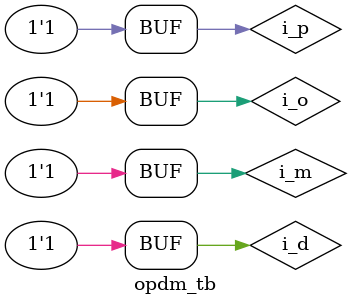
<source format=v>
module opdm_tb();
	reg i_o,i_p,i_d,i_m;
	wire o_h,o_l;

  reg [3:0] A [15:0];
  integer i;

  opdm opdm_dut(.i_O(i_o), .i_P(i_p), .i_D(i_d), .i_M(i_m), .o_H(o_h), .o_L(o_l));

  initial begin

  $monitor("Value of O=$b,P=$b,D=$b,M=$b,H=$b,L=$b",i_o ,i_p ,i_d ,i_m ,o_h ,o_l);

  i_o= 0; i_p=0; i_d=0; i_m=0;
  #50 i_o= 0; i_p=0; i_d=0; i_m=1;
  #50 i_o= 0; i_p=0; i_d=1; i_m=0;
  #50 i_o= 0; i_p=0; i_d=1; i_m=1;
  #50 i_o= 0; i_p=1; i_d=0; i_m=0;
  #50 i_o= 0; i_p=1; i_d=0; i_m=1;
  #50 i_o= 0; i_p=1; i_d=1; i_m=0;
  #50 i_o= 0; i_p=1; i_d=1; i_m=1;

  #50 i_o= 1; i_p=0; i_d=0; i_m=0;
  #50 i_o= 1; i_p=0; i_d=0; i_m=1;
  #50 i_o= 1; i_p=0; i_d=1; i_m=0;
  #50 i_o= 1; i_p=0; i_d=1; i_m=1;
  #50 i_o= 1; i_p=1; i_d=0; i_m=0;
  #50 i_o= 1; i_p=1; i_d=0; i_m=1;
  #50 i_o= 1; i_p=1; i_d=1; i_m=0;
  #50 i_o= 1; i_p=1; i_d=1; i_m=1;
  end
  endmodule

</source>
